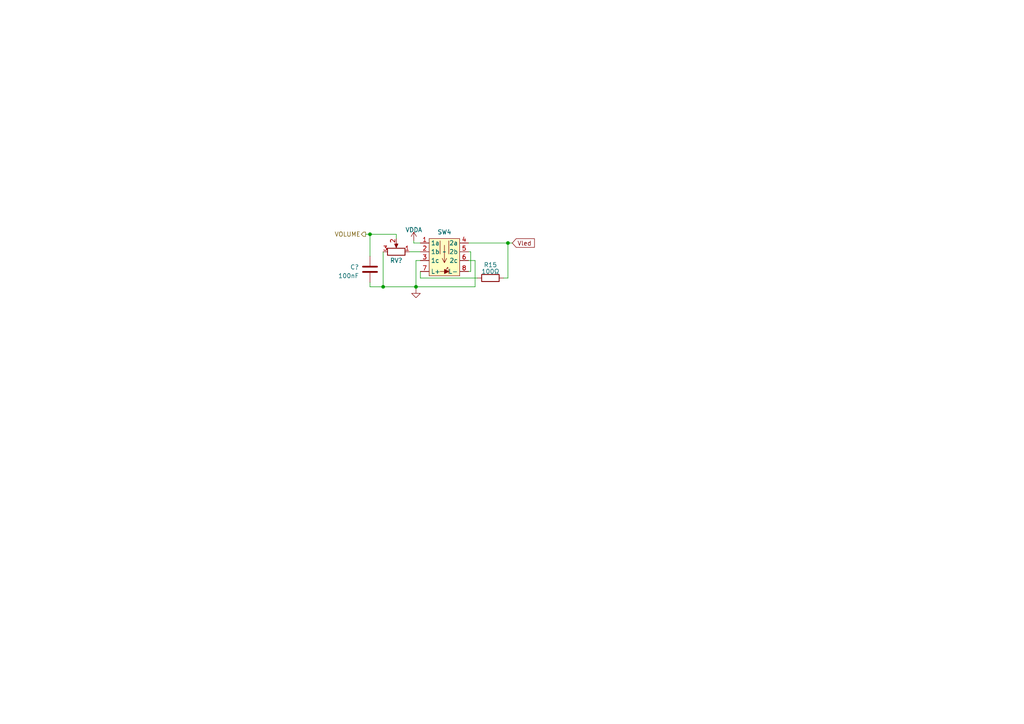
<source format=kicad_sch>
(kicad_sch (version 20230121) (generator eeschema)
  (paper "A4")
  (lib_symbols
    (symbol "Device:C" (pin_numbers hide) (pin_names (offset 0.254))
      (property "Reference" "C" (at 0.635 2.54 0))
      (property "Value" "C" (at 0.635 -2.54 0))
      (symbol "C_0_1"
        (polyline (pts (xy -2.032 -0.762) (xy 2.032 -0.762)) (stroke (width 0.508)))
        (polyline (pts (xy -2.032 0.762) (xy 2.032 0.762)) (stroke (width 0.508)))
      )
      (symbol "C_1_1"
        (pin passive line (at 0 3.81 270) (length 2.794) (name "~") (number "1"))
        (pin passive line (at 0 -3.81 90) (length 2.794) (name "~") (number "2"))
      )
    )
    (symbol "Device:R" (pin_numbers hide) (pin_names (offset 0))
      (property "Reference" "R" (at 2.032 0 90))
      (property "Value" "R" (at 0 0 90))
      (symbol "R_0_1"
        (rectangle (start -1.016 -2.54) (end 1.016 2.54) (stroke (width 0.254)))
      )
      (symbol "R_1_1"
        (pin passive line (at 0 3.81 270) (length 1.27) (name "~") (number "1"))
        (pin passive line (at 0 -3.81 90) (length 1.27) (name "~") (number "2"))
      )
    )
    (symbol "Device:R_Potentiometer" (pin_names (offset 1.016) hide)
      (property "Reference" "RV" (at -4.445 0 90))
      (property "Value" "R_Potentiometer" (at -2.54 0 90))
      (symbol "R_Potentiometer_0_1"
        (polyline (pts (xy 2.54 0) (xy 1.524 0)))
        (polyline (pts (xy 1.143 0) (xy 2.286 0.508) (xy 2.286 -0.508) (xy 1.143 0)) (fill (type outline)))
        (rectangle (start 1.016 2.54) (end -1.016 -2.54) (stroke (width 0.254)))
      )
      (symbol "R_Potentiometer_1_1"
        (pin passive line (at 0 3.81 270) (length 1.27) (name "1") (number "1"))
        (pin passive line (at 3.81 0 180) (length 1.27) (name "2") (number "2"))
        (pin passive line (at 0 -3.81 90) (length 1.27) (name "3") (number "3"))
      )
    )
    (symbol "Switch:SPDT_with_LED"
      (property "Reference" "SW" (at 0 5.08 0))
      (symbol "SPDT_with_LED_1_1"
        (rectangle (start -4.445 3.81) (end 4.445 -6.985) (fill (type background)))
        (polyline (pts (xy -1.27 3.175) (xy -1.27 -0.635)))
        (polyline (pts (xy 1.27 3.175) (xy 1.27 -0.635)))
        (polyline (pts (xy 0 1.905) (xy 0 -3.175) (xy -0.635 -1.905) (xy 0 -3.175) (xy 0.635 -1.905)))
        (polyline (pts (xy 0.508 -5.08) (xy 1.016 -4.572) (xy 1.016 -4.826) (xy 1.016 -4.572) (xy 0.762 -4.572)))
        (polyline (pts (xy -1.27 -5.715) (xy 1.27 -5.715) (xy 1.27 -5.08) (xy 1.27 -6.35) (xy 1.27 -5.715) (xy 0 -6.35) (xy 0 -5.08) (xy 1.27 -5.715)) (fill (type outline)))
        (pin input line (at -6.985 2.54 0) (length 2.54) (name "1a") (number "1"))
        (pin input line (at -6.985 0 0) (length 2.54) (name "1b") (number "2"))
        (pin input line (at -6.985 -2.54 0) (length 2.54) (name "1c") (number "3"))
        (pin input line (at 6.985 2.54 180) (length 2.54) (name "2a") (number "4"))
        (pin input line (at 6.985 0 180) (length 2.54) (name "2b") (number "5"))
        (pin input line (at 6.985 -2.54 180) (length 2.54) (name "2c") (number "6"))
        (pin input line (at -6.985 -5.715 0) (length 2.54) (name "L+") (number "7"))
        (pin input line (at 6.985 -5.715 180) (length 2.54) (name "L-") (number "8"))
      )
    )
    (symbol "power:GND" (power) (pin_names (offset 0))
      (property "Value" "GND" (at 0 -3.81 0))
      (symbol "GND_0_1"
        (polyline (pts (xy 0 0) (xy 0 -1.27) (xy 1.27 -1.27) (xy 0 -2.54) (xy -1.27 -1.27) (xy 0 -1.27)))
      )
      (symbol "GND_1_1"
        (pin power_in line (at 0 0 270) (length 0) hide (name "GND") (number "1"))
      )
    )
    (symbol "power:VDDA" (power) (pin_names (offset 0))
      (property "Value" "VDDA" (at 0 3.81 0))
      (symbol "VDDA_0_1"
        (polyline (pts (xy -0.762 1.27) (xy 0 2.54)))
        (polyline (pts (xy 0 0) (xy 0 2.54)))
        (polyline (pts (xy 0 2.54) (xy 0.762 1.27)))
      )
      (symbol "VDDA_1_1"
        (pin power_in line (at 0 0 90) (length 0) hide (name "VDDA") (number "1"))
      )
    )
  )
  (junction (at 111.125 83.185))
  (junction (at 120.65 83.185))
  (junction (at 147.32 70.485))
  (junction (at 107.315 67.945))
  (wire (pts (xy 147.32 70.485) (xy 147.32 80.645)))
  (wire (pts (xy 147.32 80.645) (xy 146.05 80.645)))
  (wire (pts (xy 114.935 67.945) (xy 107.315 67.945)))
  (wire (pts (xy 111.125 73.025) (xy 111.125 83.185)))
  (wire (pts (xy 120.65 75.565) (xy 121.92 75.565)))
  (wire (pts (xy 135.89 75.565) (xy 137.795 75.565)))
  (wire (pts (xy 107.315 67.945) (xy 106.045 67.945)))
  (wire (pts (xy 120.015 70.485) (xy 121.92 70.485)))
  (wire (pts (xy 136.525 73.025) (xy 136.525 78.74)))
  (wire (pts (xy 114.935 69.215) (xy 114.935 67.945)))
  (wire (pts (xy 118.745 73.025) (xy 121.92 73.025)))
  (wire (pts (xy 147.32 70.485) (xy 148.59 70.485)))
  (wire (pts (xy 121.92 78.74) (xy 121.92 80.645)))
  (wire (pts (xy 120.65 75.565) (xy 120.65 83.185)))
  (wire (pts (xy 107.315 67.945) (xy 107.315 74.295)))
  (wire (pts (xy 107.315 83.185) (xy 111.125 83.185)))
  (wire (pts (xy 120.65 83.82) (xy 120.65 83.185)))
  (wire (pts (xy 136.525 78.74) (xy 135.89 78.74)))
  (wire (pts (xy 135.89 73.025) (xy 136.525 73.025)))
  (wire (pts (xy 120.65 83.185) (xy 137.795 83.185)))
  (wire (pts (xy 111.125 83.185) (xy 120.65 83.185)))
  (wire (pts (xy 121.92 80.645) (xy 138.43 80.645)))
  (wire (pts (xy 120.015 69.85) (xy 120.015 70.485)))
  (wire (pts (xy 135.89 70.485) (xy 147.32 70.485)))
  (wire (pts (xy 137.795 75.565) (xy 137.795 83.185)))
  (wire (pts (xy 107.315 81.915) (xy 107.315 83.185)))
  (global_label "Vled" (shape input) (at 148.59 70.485 0) (property "Intersheetrefs" "${INTERSHEET_REFS}" (effects hide)))
  (hierarchical_label "VOLUME" (shape output) (at 106.045 67.945 180))
  (symbol (lib_id "Device:C") (at 107.315 78.105 0) (unit 1)
    (property "Reference" "C?" (at 104.14 77.47 0) (effects (justify right)))
    (property "Value" "100nF" (at 104.14 80.01 0) (effects (justify right)))
    (property "Footprint" "Capacitor_SMD:C_0603_1608Metric_Pad1.08x0.95mm_HandSolder" (effects hide))
    (instances (project "DeeJ" (path "" (reference "C?") (unit 1)) (path "" (reference "C6") (unit 1)) (path "" (reference "C7") (unit 1)) (path "" (reference "C8") (unit 1)) (path "" (reference "C9") (unit 1)) (path "" (reference "C10") (unit 1)) (path "" (reference "C11") (unit 1))))
  )
  (symbol (lib_id "Switch:SPDT_with_LED") (at 128.905 73.025 0) (unit 1)
    (property "Reference" "SW4" (at 128.905 67.31 0))
    (property "Value" "~" (at 128.905 73.025 0))
    (property "Footprint" "Button_Switch_THT:K6-6133D" (effects hide))
    (instances (project "DeeJ" (path "" (reference "SW4") (unit 1)) (path "" (reference "SW5") (unit 1)) (path "" (reference "SW6") (unit 1)) (path "" (reference "SW7") (unit 1)) (path "" (reference "SW8") (unit 1)) (path "" (reference "SW9") (unit 1))))
  )
  (symbol (lib_id "Device:R_Potentiometer") (at 114.935 73.025 270) (mirror x) (unit 1)
    (property "Reference" "RV?" (at 114.935 75.565 90))
    (property "Value" "R_Potentiometer" (effects hide))
    (property "Footprint" "Potentiometer_THT:RS45111A900F" (effects hide))
    (instances (project "DeeJ" (path "" (reference "RV?") (unit 1)) (path "" (reference "RV1") (unit 1)) (path "" (reference "RV2") (unit 1)) (path "" (reference "RV3") (unit 1)) (path "" (reference "RV4") (unit 1)) (path "" (reference "RV5") (unit 1)) (path "" (reference "RV6") (unit 1))))
  )
  (symbol (lib_id "power:VDDA") (at 120.015 69.85 0) (unit 1)
    (property "Reference" "#PWR?" (effects hide))
    (property "Value" "VDDA" (at 120.015 66.675 0))
    (instances (project "DeeJ" (path "" (reference "#PWR?") (unit 1)) (path "" (reference "#PWR015") (unit 1)) (path "" (reference "#PWR017") (unit 1)) (path "" (reference "#PWR019") (unit 1)) (path "" (reference "#PWR021") (unit 1)) (path "" (reference "#PWR023") (unit 1)) (path "" (reference "#PWR025") (unit 1))))
  )
  (symbol (lib_id "Device:R") (at 142.24 80.645 90) (unit 1)
    (property "Reference" "R15" (at 142.24 76.835 90))
    (property "Value" "100Ω" (at 142.24 78.74 90))
    (property "Footprint" "Resistor_SMD:R_0603_1608Metric_Pad0.98x0.95mm_HandSolder" (effects hide))
    (instances (project "DeeJ" (path "" (reference "R15") (unit 1)) (path "" (reference "R16") (unit 1)) (path "" (reference "R17") (unit 1)) (path "" (reference "R18") (unit 1)) (path "" (reference "R19") (unit 1)) (path "" (reference "R20") (unit 1))))
  )
  (symbol (lib_id "power:GND") (at 120.65 83.82 0) (unit 1)
    (property "Reference" "#PWR?" (effects hide))
    (property "Value" "GND" (effects hide))
    (instances (project "DeeJ" (path "" (reference "#PWR?") (unit 1)) (path "" (reference "#PWR016") (unit 1)) (path "" (reference "#PWR018") (unit 1)) (path "" (reference "#PWR020") (unit 1)) (path "" (reference "#PWR022") (unit 1)) (path "" (reference "#PWR024") (unit 1)) (path "" (reference "#PWR026") (unit 1))))
  )
)
</source>
